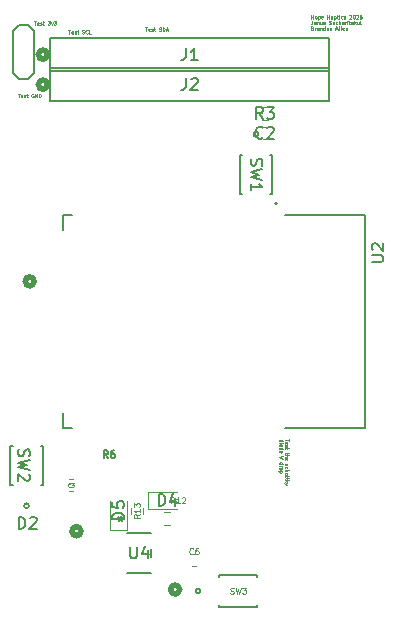
<source format=gbr>
%TF.GenerationSoftware,KiCad,Pcbnew,8.0.5*%
%TF.CreationDate,2025-04-10T23:54:11-07:00*%
%TF.ProjectId,ESP32,45535033-322e-46b6-9963-61645f706362,rev?*%
%TF.SameCoordinates,Original*%
%TF.FileFunction,Legend,Top*%
%TF.FilePolarity,Positive*%
%FSLAX46Y46*%
G04 Gerber Fmt 4.6, Leading zero omitted, Abs format (unit mm)*
G04 Created by KiCad (PCBNEW 8.0.5) date 2025-04-10 23:54:11*
%MOMM*%
%LPD*%
G01*
G04 APERTURE LIST*
%ADD10C,0.075000*%
%ADD11C,0.150000*%
%ADD12C,0.125000*%
%ADD13C,0.152400*%
%ADD14C,0.508000*%
%ADD15C,0.127000*%
%ADD16C,0.200000*%
%ADD17C,0.120000*%
G04 APERTURE END LIST*
D10*
X135523597Y-136657913D02*
X135523597Y-136829342D01*
X135223597Y-136743627D02*
X135523597Y-136743627D01*
X135237883Y-137043627D02*
X135223597Y-137015055D01*
X135223597Y-137015055D02*
X135223597Y-136957913D01*
X135223597Y-136957913D02*
X135237883Y-136929341D01*
X135237883Y-136929341D02*
X135266454Y-136915055D01*
X135266454Y-136915055D02*
X135380740Y-136915055D01*
X135380740Y-136915055D02*
X135409311Y-136929341D01*
X135409311Y-136929341D02*
X135423597Y-136957913D01*
X135423597Y-136957913D02*
X135423597Y-137015055D01*
X135423597Y-137015055D02*
X135409311Y-137043627D01*
X135409311Y-137043627D02*
X135380740Y-137057913D01*
X135380740Y-137057913D02*
X135352168Y-137057913D01*
X135352168Y-137057913D02*
X135323597Y-136915055D01*
X135237883Y-137172198D02*
X135223597Y-137200770D01*
X135223597Y-137200770D02*
X135223597Y-137257913D01*
X135223597Y-137257913D02*
X135237883Y-137286484D01*
X135237883Y-137286484D02*
X135266454Y-137300770D01*
X135266454Y-137300770D02*
X135280740Y-137300770D01*
X135280740Y-137300770D02*
X135309311Y-137286484D01*
X135309311Y-137286484D02*
X135323597Y-137257913D01*
X135323597Y-137257913D02*
X135323597Y-137215056D01*
X135323597Y-137215056D02*
X135337883Y-137186484D01*
X135337883Y-137186484D02*
X135366454Y-137172198D01*
X135366454Y-137172198D02*
X135380740Y-137172198D01*
X135380740Y-137172198D02*
X135409311Y-137186484D01*
X135409311Y-137186484D02*
X135423597Y-137215056D01*
X135423597Y-137215056D02*
X135423597Y-137257913D01*
X135423597Y-137257913D02*
X135409311Y-137286484D01*
X135423597Y-137386484D02*
X135423597Y-137500770D01*
X135523597Y-137429341D02*
X135266454Y-137429341D01*
X135266454Y-137429341D02*
X135237883Y-137443627D01*
X135237883Y-137443627D02*
X135223597Y-137472198D01*
X135223597Y-137472198D02*
X135223597Y-137500770D01*
X135423597Y-137786484D02*
X135423597Y-137900770D01*
X135523597Y-137829341D02*
X135266454Y-137829341D01*
X135266454Y-137829341D02*
X135237883Y-137843627D01*
X135237883Y-137843627D02*
X135223597Y-137872198D01*
X135223597Y-137872198D02*
X135223597Y-137900770D01*
X135223597Y-138000770D02*
X135523597Y-138000770D01*
X135223597Y-138129342D02*
X135380740Y-138129342D01*
X135380740Y-138129342D02*
X135409311Y-138115056D01*
X135409311Y-138115056D02*
X135423597Y-138086484D01*
X135423597Y-138086484D02*
X135423597Y-138043627D01*
X135423597Y-138043627D02*
X135409311Y-138015056D01*
X135409311Y-138015056D02*
X135395025Y-138000770D01*
X135237883Y-138386485D02*
X135223597Y-138357913D01*
X135223597Y-138357913D02*
X135223597Y-138300771D01*
X135223597Y-138300771D02*
X135237883Y-138272199D01*
X135237883Y-138272199D02*
X135266454Y-138257913D01*
X135266454Y-138257913D02*
X135380740Y-138257913D01*
X135380740Y-138257913D02*
X135409311Y-138272199D01*
X135409311Y-138272199D02*
X135423597Y-138300771D01*
X135423597Y-138300771D02*
X135423597Y-138357913D01*
X135423597Y-138357913D02*
X135409311Y-138386485D01*
X135409311Y-138386485D02*
X135380740Y-138400771D01*
X135380740Y-138400771D02*
X135352168Y-138400771D01*
X135352168Y-138400771D02*
X135323597Y-138257913D01*
X135237883Y-138743627D02*
X135223597Y-138772199D01*
X135223597Y-138772199D02*
X135223597Y-138829342D01*
X135223597Y-138829342D02*
X135237883Y-138857913D01*
X135237883Y-138857913D02*
X135266454Y-138872199D01*
X135266454Y-138872199D02*
X135280740Y-138872199D01*
X135280740Y-138872199D02*
X135309311Y-138857913D01*
X135309311Y-138857913D02*
X135323597Y-138829342D01*
X135323597Y-138829342D02*
X135323597Y-138786485D01*
X135323597Y-138786485D02*
X135337883Y-138757913D01*
X135337883Y-138757913D02*
X135366454Y-138743627D01*
X135366454Y-138743627D02*
X135380740Y-138743627D01*
X135380740Y-138743627D02*
X135409311Y-138757913D01*
X135409311Y-138757913D02*
X135423597Y-138786485D01*
X135423597Y-138786485D02*
X135423597Y-138829342D01*
X135423597Y-138829342D02*
X135409311Y-138857913D01*
X135237883Y-139129342D02*
X135223597Y-139100770D01*
X135223597Y-139100770D02*
X135223597Y-139043627D01*
X135223597Y-139043627D02*
X135237883Y-139015056D01*
X135237883Y-139015056D02*
X135252168Y-139000770D01*
X135252168Y-139000770D02*
X135280740Y-138986484D01*
X135280740Y-138986484D02*
X135366454Y-138986484D01*
X135366454Y-138986484D02*
X135395025Y-139000770D01*
X135395025Y-139000770D02*
X135409311Y-139015056D01*
X135409311Y-139015056D02*
X135423597Y-139043627D01*
X135423597Y-139043627D02*
X135423597Y-139100770D01*
X135423597Y-139100770D02*
X135409311Y-139129342D01*
X135223597Y-139257913D02*
X135523597Y-139257913D01*
X135223597Y-139386485D02*
X135380740Y-139386485D01*
X135380740Y-139386485D02*
X135409311Y-139372199D01*
X135409311Y-139372199D02*
X135423597Y-139343627D01*
X135423597Y-139343627D02*
X135423597Y-139300770D01*
X135423597Y-139300770D02*
X135409311Y-139272199D01*
X135409311Y-139272199D02*
X135395025Y-139257913D01*
X135223597Y-139572199D02*
X135237883Y-139543628D01*
X135237883Y-139543628D02*
X135252168Y-139529342D01*
X135252168Y-139529342D02*
X135280740Y-139515056D01*
X135280740Y-139515056D02*
X135366454Y-139515056D01*
X135366454Y-139515056D02*
X135395025Y-139529342D01*
X135395025Y-139529342D02*
X135409311Y-139543628D01*
X135409311Y-139543628D02*
X135423597Y-139572199D01*
X135423597Y-139572199D02*
X135423597Y-139615056D01*
X135423597Y-139615056D02*
X135409311Y-139643628D01*
X135409311Y-139643628D02*
X135395025Y-139657914D01*
X135395025Y-139657914D02*
X135366454Y-139672199D01*
X135366454Y-139672199D02*
X135280740Y-139672199D01*
X135280740Y-139672199D02*
X135252168Y-139657914D01*
X135252168Y-139657914D02*
X135237883Y-139643628D01*
X135237883Y-139643628D02*
X135223597Y-139615056D01*
X135223597Y-139615056D02*
X135223597Y-139572199D01*
X135423597Y-139757914D02*
X135423597Y-139872200D01*
X135523597Y-139800771D02*
X135266454Y-139800771D01*
X135266454Y-139800771D02*
X135237883Y-139815057D01*
X135237883Y-139815057D02*
X135223597Y-139843628D01*
X135223597Y-139843628D02*
X135223597Y-139872200D01*
X135423597Y-139929343D02*
X135423597Y-140043629D01*
X135523597Y-139972200D02*
X135266454Y-139972200D01*
X135266454Y-139972200D02*
X135237883Y-139986486D01*
X135237883Y-139986486D02*
X135223597Y-140015057D01*
X135223597Y-140015057D02*
X135223597Y-140043629D01*
X135223597Y-140143629D02*
X135523597Y-140143629D01*
X135337883Y-140172201D02*
X135223597Y-140257915D01*
X135423597Y-140257915D02*
X135309311Y-140143629D01*
X135423597Y-140357915D02*
X135223597Y-140429343D01*
X135423597Y-140500772D02*
X135223597Y-140429343D01*
X135223597Y-140429343D02*
X135152168Y-140400772D01*
X135152168Y-140400772D02*
X135137883Y-140386486D01*
X135137883Y-140386486D02*
X135123597Y-140357915D01*
X134740614Y-136829342D02*
X135040614Y-136829342D01*
X134754900Y-136829342D02*
X134740614Y-136800770D01*
X134740614Y-136800770D02*
X134740614Y-136743627D01*
X134740614Y-136743627D02*
X134754900Y-136715056D01*
X134754900Y-136715056D02*
X134769185Y-136700770D01*
X134769185Y-136700770D02*
X134797757Y-136686484D01*
X134797757Y-136686484D02*
X134883471Y-136686484D01*
X134883471Y-136686484D02*
X134912042Y-136700770D01*
X134912042Y-136700770D02*
X134926328Y-136715056D01*
X134926328Y-136715056D02*
X134940614Y-136743627D01*
X134940614Y-136743627D02*
X134940614Y-136800770D01*
X134940614Y-136800770D02*
X134926328Y-136829342D01*
X134740614Y-136972199D02*
X134940614Y-136972199D01*
X135040614Y-136972199D02*
X135026328Y-136957913D01*
X135026328Y-136957913D02*
X135012042Y-136972199D01*
X135012042Y-136972199D02*
X135026328Y-136986485D01*
X135026328Y-136986485D02*
X135040614Y-136972199D01*
X135040614Y-136972199D02*
X135012042Y-136972199D01*
X134740614Y-137157913D02*
X134754900Y-137129342D01*
X134754900Y-137129342D02*
X134769185Y-137115056D01*
X134769185Y-137115056D02*
X134797757Y-137100770D01*
X134797757Y-137100770D02*
X134883471Y-137100770D01*
X134883471Y-137100770D02*
X134912042Y-137115056D01*
X134912042Y-137115056D02*
X134926328Y-137129342D01*
X134926328Y-137129342D02*
X134940614Y-137157913D01*
X134940614Y-137157913D02*
X134940614Y-137200770D01*
X134940614Y-137200770D02*
X134926328Y-137229342D01*
X134926328Y-137229342D02*
X134912042Y-137243628D01*
X134912042Y-137243628D02*
X134883471Y-137257913D01*
X134883471Y-137257913D02*
X134797757Y-137257913D01*
X134797757Y-137257913D02*
X134769185Y-137243628D01*
X134769185Y-137243628D02*
X134754900Y-137229342D01*
X134754900Y-137229342D02*
X134740614Y-137200770D01*
X134740614Y-137200770D02*
X134740614Y-137157913D01*
X134740614Y-137515057D02*
X135040614Y-137515057D01*
X134754900Y-137515057D02*
X134740614Y-137486485D01*
X134740614Y-137486485D02*
X134740614Y-137429342D01*
X134740614Y-137429342D02*
X134754900Y-137400771D01*
X134754900Y-137400771D02*
X134769185Y-137386485D01*
X134769185Y-137386485D02*
X134797757Y-137372199D01*
X134797757Y-137372199D02*
X134883471Y-137372199D01*
X134883471Y-137372199D02*
X134912042Y-137386485D01*
X134912042Y-137386485D02*
X134926328Y-137400771D01*
X134926328Y-137400771D02*
X134940614Y-137429342D01*
X134940614Y-137429342D02*
X134940614Y-137486485D01*
X134940614Y-137486485D02*
X134926328Y-137515057D01*
X134754900Y-137772200D02*
X134740614Y-137743628D01*
X134740614Y-137743628D02*
X134740614Y-137686486D01*
X134740614Y-137686486D02*
X134754900Y-137657914D01*
X134754900Y-137657914D02*
X134783471Y-137643628D01*
X134783471Y-137643628D02*
X134897757Y-137643628D01*
X134897757Y-137643628D02*
X134926328Y-137657914D01*
X134926328Y-137657914D02*
X134940614Y-137686486D01*
X134940614Y-137686486D02*
X134940614Y-137743628D01*
X134940614Y-137743628D02*
X134926328Y-137772200D01*
X134926328Y-137772200D02*
X134897757Y-137786486D01*
X134897757Y-137786486D02*
X134869185Y-137786486D01*
X134869185Y-137786486D02*
X134840614Y-137643628D01*
X135040614Y-138100771D02*
X134740614Y-138200771D01*
X134740614Y-138200771D02*
X135040614Y-138300771D01*
X134740614Y-138757914D02*
X135040614Y-138757914D01*
X134754900Y-138757914D02*
X134740614Y-138729342D01*
X134740614Y-138729342D02*
X134740614Y-138672199D01*
X134740614Y-138672199D02*
X134754900Y-138643628D01*
X134754900Y-138643628D02*
X134769185Y-138629342D01*
X134769185Y-138629342D02*
X134797757Y-138615056D01*
X134797757Y-138615056D02*
X134883471Y-138615056D01*
X134883471Y-138615056D02*
X134912042Y-138629342D01*
X134912042Y-138629342D02*
X134926328Y-138643628D01*
X134926328Y-138643628D02*
X134940614Y-138672199D01*
X134940614Y-138672199D02*
X134940614Y-138729342D01*
X134940614Y-138729342D02*
X134926328Y-138757914D01*
X134740614Y-138900771D02*
X134940614Y-138900771D01*
X134883471Y-138900771D02*
X134912042Y-138915057D01*
X134912042Y-138915057D02*
X134926328Y-138929343D01*
X134926328Y-138929343D02*
X134940614Y-138957914D01*
X134940614Y-138957914D02*
X134940614Y-138986485D01*
X134740614Y-139129342D02*
X134754900Y-139100771D01*
X134754900Y-139100771D02*
X134769185Y-139086485D01*
X134769185Y-139086485D02*
X134797757Y-139072199D01*
X134797757Y-139072199D02*
X134883471Y-139072199D01*
X134883471Y-139072199D02*
X134912042Y-139086485D01*
X134912042Y-139086485D02*
X134926328Y-139100771D01*
X134926328Y-139100771D02*
X134940614Y-139129342D01*
X134940614Y-139129342D02*
X134940614Y-139172199D01*
X134940614Y-139172199D02*
X134926328Y-139200771D01*
X134926328Y-139200771D02*
X134912042Y-139215057D01*
X134912042Y-139215057D02*
X134883471Y-139229342D01*
X134883471Y-139229342D02*
X134797757Y-139229342D01*
X134797757Y-139229342D02*
X134769185Y-139215057D01*
X134769185Y-139215057D02*
X134754900Y-139200771D01*
X134754900Y-139200771D02*
X134740614Y-139172199D01*
X134740614Y-139172199D02*
X134740614Y-139129342D01*
X134940614Y-139357914D02*
X134640614Y-139357914D01*
X134926328Y-139357914D02*
X134940614Y-139386486D01*
X134940614Y-139386486D02*
X134940614Y-139443628D01*
X134940614Y-139443628D02*
X134926328Y-139472200D01*
X134926328Y-139472200D02*
X134912042Y-139486486D01*
X134912042Y-139486486D02*
X134883471Y-139500771D01*
X134883471Y-139500771D02*
X134797757Y-139500771D01*
X134797757Y-139500771D02*
X134769185Y-139486486D01*
X134769185Y-139486486D02*
X134754900Y-139472200D01*
X134754900Y-139472200D02*
X134740614Y-139443628D01*
X134740614Y-139443628D02*
X134740614Y-139386486D01*
X134740614Y-139386486D02*
X134754900Y-139357914D01*
X123387913Y-101789385D02*
X123559342Y-101789385D01*
X123473627Y-102089385D02*
X123473627Y-101789385D01*
X123773627Y-102075100D02*
X123745055Y-102089385D01*
X123745055Y-102089385D02*
X123687913Y-102089385D01*
X123687913Y-102089385D02*
X123659341Y-102075100D01*
X123659341Y-102075100D02*
X123645055Y-102046528D01*
X123645055Y-102046528D02*
X123645055Y-101932242D01*
X123645055Y-101932242D02*
X123659341Y-101903671D01*
X123659341Y-101903671D02*
X123687913Y-101889385D01*
X123687913Y-101889385D02*
X123745055Y-101889385D01*
X123745055Y-101889385D02*
X123773627Y-101903671D01*
X123773627Y-101903671D02*
X123787913Y-101932242D01*
X123787913Y-101932242D02*
X123787913Y-101960814D01*
X123787913Y-101960814D02*
X123645055Y-101989385D01*
X123902198Y-102075100D02*
X123930770Y-102089385D01*
X123930770Y-102089385D02*
X123987913Y-102089385D01*
X123987913Y-102089385D02*
X124016484Y-102075100D01*
X124016484Y-102075100D02*
X124030770Y-102046528D01*
X124030770Y-102046528D02*
X124030770Y-102032242D01*
X124030770Y-102032242D02*
X124016484Y-102003671D01*
X124016484Y-102003671D02*
X123987913Y-101989385D01*
X123987913Y-101989385D02*
X123945056Y-101989385D01*
X123945056Y-101989385D02*
X123916484Y-101975100D01*
X123916484Y-101975100D02*
X123902198Y-101946528D01*
X123902198Y-101946528D02*
X123902198Y-101932242D01*
X123902198Y-101932242D02*
X123916484Y-101903671D01*
X123916484Y-101903671D02*
X123945056Y-101889385D01*
X123945056Y-101889385D02*
X123987913Y-101889385D01*
X123987913Y-101889385D02*
X124016484Y-101903671D01*
X124116484Y-101889385D02*
X124230770Y-101889385D01*
X124159341Y-101789385D02*
X124159341Y-102046528D01*
X124159341Y-102046528D02*
X124173627Y-102075100D01*
X124173627Y-102075100D02*
X124202198Y-102089385D01*
X124202198Y-102089385D02*
X124230770Y-102089385D01*
X124545055Y-102075100D02*
X124587913Y-102089385D01*
X124587913Y-102089385D02*
X124659341Y-102089385D01*
X124659341Y-102089385D02*
X124687913Y-102075100D01*
X124687913Y-102075100D02*
X124702198Y-102060814D01*
X124702198Y-102060814D02*
X124716484Y-102032242D01*
X124716484Y-102032242D02*
X124716484Y-102003671D01*
X124716484Y-102003671D02*
X124702198Y-101975100D01*
X124702198Y-101975100D02*
X124687913Y-101960814D01*
X124687913Y-101960814D02*
X124659341Y-101946528D01*
X124659341Y-101946528D02*
X124602198Y-101932242D01*
X124602198Y-101932242D02*
X124573627Y-101917957D01*
X124573627Y-101917957D02*
X124559341Y-101903671D01*
X124559341Y-101903671D02*
X124545055Y-101875100D01*
X124545055Y-101875100D02*
X124545055Y-101846528D01*
X124545055Y-101846528D02*
X124559341Y-101817957D01*
X124559341Y-101817957D02*
X124573627Y-101803671D01*
X124573627Y-101803671D02*
X124602198Y-101789385D01*
X124602198Y-101789385D02*
X124673627Y-101789385D01*
X124673627Y-101789385D02*
X124716484Y-101803671D01*
X124845055Y-102089385D02*
X124845055Y-101789385D01*
X124845055Y-101789385D02*
X124916484Y-101789385D01*
X124916484Y-101789385D02*
X124959341Y-101803671D01*
X124959341Y-101803671D02*
X124987912Y-101832242D01*
X124987912Y-101832242D02*
X125002198Y-101860814D01*
X125002198Y-101860814D02*
X125016484Y-101917957D01*
X125016484Y-101917957D02*
X125016484Y-101960814D01*
X125016484Y-101960814D02*
X125002198Y-102017957D01*
X125002198Y-102017957D02*
X124987912Y-102046528D01*
X124987912Y-102046528D02*
X124959341Y-102075100D01*
X124959341Y-102075100D02*
X124916484Y-102089385D01*
X124916484Y-102089385D02*
X124845055Y-102089385D01*
X125130769Y-102003671D02*
X125273627Y-102003671D01*
X125102198Y-102089385D02*
X125202198Y-101789385D01*
X125202198Y-101789385D02*
X125302198Y-102089385D01*
X116877913Y-102009385D02*
X117049342Y-102009385D01*
X116963627Y-102309385D02*
X116963627Y-102009385D01*
X117263627Y-102295100D02*
X117235055Y-102309385D01*
X117235055Y-102309385D02*
X117177913Y-102309385D01*
X117177913Y-102309385D02*
X117149341Y-102295100D01*
X117149341Y-102295100D02*
X117135055Y-102266528D01*
X117135055Y-102266528D02*
X117135055Y-102152242D01*
X117135055Y-102152242D02*
X117149341Y-102123671D01*
X117149341Y-102123671D02*
X117177913Y-102109385D01*
X117177913Y-102109385D02*
X117235055Y-102109385D01*
X117235055Y-102109385D02*
X117263627Y-102123671D01*
X117263627Y-102123671D02*
X117277913Y-102152242D01*
X117277913Y-102152242D02*
X117277913Y-102180814D01*
X117277913Y-102180814D02*
X117135055Y-102209385D01*
X117392198Y-102295100D02*
X117420770Y-102309385D01*
X117420770Y-102309385D02*
X117477913Y-102309385D01*
X117477913Y-102309385D02*
X117506484Y-102295100D01*
X117506484Y-102295100D02*
X117520770Y-102266528D01*
X117520770Y-102266528D02*
X117520770Y-102252242D01*
X117520770Y-102252242D02*
X117506484Y-102223671D01*
X117506484Y-102223671D02*
X117477913Y-102209385D01*
X117477913Y-102209385D02*
X117435056Y-102209385D01*
X117435056Y-102209385D02*
X117406484Y-102195100D01*
X117406484Y-102195100D02*
X117392198Y-102166528D01*
X117392198Y-102166528D02*
X117392198Y-102152242D01*
X117392198Y-102152242D02*
X117406484Y-102123671D01*
X117406484Y-102123671D02*
X117435056Y-102109385D01*
X117435056Y-102109385D02*
X117477913Y-102109385D01*
X117477913Y-102109385D02*
X117506484Y-102123671D01*
X117606484Y-102109385D02*
X117720770Y-102109385D01*
X117649341Y-102009385D02*
X117649341Y-102266528D01*
X117649341Y-102266528D02*
X117663627Y-102295100D01*
X117663627Y-102295100D02*
X117692198Y-102309385D01*
X117692198Y-102309385D02*
X117720770Y-102309385D01*
X118035055Y-102295100D02*
X118077913Y-102309385D01*
X118077913Y-102309385D02*
X118149341Y-102309385D01*
X118149341Y-102309385D02*
X118177913Y-102295100D01*
X118177913Y-102295100D02*
X118192198Y-102280814D01*
X118192198Y-102280814D02*
X118206484Y-102252242D01*
X118206484Y-102252242D02*
X118206484Y-102223671D01*
X118206484Y-102223671D02*
X118192198Y-102195100D01*
X118192198Y-102195100D02*
X118177913Y-102180814D01*
X118177913Y-102180814D02*
X118149341Y-102166528D01*
X118149341Y-102166528D02*
X118092198Y-102152242D01*
X118092198Y-102152242D02*
X118063627Y-102137957D01*
X118063627Y-102137957D02*
X118049341Y-102123671D01*
X118049341Y-102123671D02*
X118035055Y-102095100D01*
X118035055Y-102095100D02*
X118035055Y-102066528D01*
X118035055Y-102066528D02*
X118049341Y-102037957D01*
X118049341Y-102037957D02*
X118063627Y-102023671D01*
X118063627Y-102023671D02*
X118092198Y-102009385D01*
X118092198Y-102009385D02*
X118163627Y-102009385D01*
X118163627Y-102009385D02*
X118206484Y-102023671D01*
X118506484Y-102280814D02*
X118492198Y-102295100D01*
X118492198Y-102295100D02*
X118449341Y-102309385D01*
X118449341Y-102309385D02*
X118420769Y-102309385D01*
X118420769Y-102309385D02*
X118377912Y-102295100D01*
X118377912Y-102295100D02*
X118349341Y-102266528D01*
X118349341Y-102266528D02*
X118335055Y-102237957D01*
X118335055Y-102237957D02*
X118320769Y-102180814D01*
X118320769Y-102180814D02*
X118320769Y-102137957D01*
X118320769Y-102137957D02*
X118335055Y-102080814D01*
X118335055Y-102080814D02*
X118349341Y-102052242D01*
X118349341Y-102052242D02*
X118377912Y-102023671D01*
X118377912Y-102023671D02*
X118420769Y-102009385D01*
X118420769Y-102009385D02*
X118449341Y-102009385D01*
X118449341Y-102009385D02*
X118492198Y-102023671D01*
X118492198Y-102023671D02*
X118506484Y-102037957D01*
X118777912Y-102309385D02*
X118635055Y-102309385D01*
X118635055Y-102309385D02*
X118635055Y-102009385D01*
X112577913Y-107409385D02*
X112749342Y-107409385D01*
X112663627Y-107709385D02*
X112663627Y-107409385D01*
X112963627Y-107695100D02*
X112935055Y-107709385D01*
X112935055Y-107709385D02*
X112877913Y-107709385D01*
X112877913Y-107709385D02*
X112849341Y-107695100D01*
X112849341Y-107695100D02*
X112835055Y-107666528D01*
X112835055Y-107666528D02*
X112835055Y-107552242D01*
X112835055Y-107552242D02*
X112849341Y-107523671D01*
X112849341Y-107523671D02*
X112877913Y-107509385D01*
X112877913Y-107509385D02*
X112935055Y-107509385D01*
X112935055Y-107509385D02*
X112963627Y-107523671D01*
X112963627Y-107523671D02*
X112977913Y-107552242D01*
X112977913Y-107552242D02*
X112977913Y-107580814D01*
X112977913Y-107580814D02*
X112835055Y-107609385D01*
X113092198Y-107695100D02*
X113120770Y-107709385D01*
X113120770Y-107709385D02*
X113177913Y-107709385D01*
X113177913Y-107709385D02*
X113206484Y-107695100D01*
X113206484Y-107695100D02*
X113220770Y-107666528D01*
X113220770Y-107666528D02*
X113220770Y-107652242D01*
X113220770Y-107652242D02*
X113206484Y-107623671D01*
X113206484Y-107623671D02*
X113177913Y-107609385D01*
X113177913Y-107609385D02*
X113135056Y-107609385D01*
X113135056Y-107609385D02*
X113106484Y-107595100D01*
X113106484Y-107595100D02*
X113092198Y-107566528D01*
X113092198Y-107566528D02*
X113092198Y-107552242D01*
X113092198Y-107552242D02*
X113106484Y-107523671D01*
X113106484Y-107523671D02*
X113135056Y-107509385D01*
X113135056Y-107509385D02*
X113177913Y-107509385D01*
X113177913Y-107509385D02*
X113206484Y-107523671D01*
X113306484Y-107509385D02*
X113420770Y-107509385D01*
X113349341Y-107409385D02*
X113349341Y-107666528D01*
X113349341Y-107666528D02*
X113363627Y-107695100D01*
X113363627Y-107695100D02*
X113392198Y-107709385D01*
X113392198Y-107709385D02*
X113420770Y-107709385D01*
X113906484Y-107423671D02*
X113877913Y-107409385D01*
X113877913Y-107409385D02*
X113835055Y-107409385D01*
X113835055Y-107409385D02*
X113792198Y-107423671D01*
X113792198Y-107423671D02*
X113763627Y-107452242D01*
X113763627Y-107452242D02*
X113749341Y-107480814D01*
X113749341Y-107480814D02*
X113735055Y-107537957D01*
X113735055Y-107537957D02*
X113735055Y-107580814D01*
X113735055Y-107580814D02*
X113749341Y-107637957D01*
X113749341Y-107637957D02*
X113763627Y-107666528D01*
X113763627Y-107666528D02*
X113792198Y-107695100D01*
X113792198Y-107695100D02*
X113835055Y-107709385D01*
X113835055Y-107709385D02*
X113863627Y-107709385D01*
X113863627Y-107709385D02*
X113906484Y-107695100D01*
X113906484Y-107695100D02*
X113920770Y-107680814D01*
X113920770Y-107680814D02*
X113920770Y-107580814D01*
X113920770Y-107580814D02*
X113863627Y-107580814D01*
X114049341Y-107709385D02*
X114049341Y-107409385D01*
X114049341Y-107409385D02*
X114220770Y-107709385D01*
X114220770Y-107709385D02*
X114220770Y-107409385D01*
X114363627Y-107709385D02*
X114363627Y-107409385D01*
X114363627Y-107409385D02*
X114435056Y-107409385D01*
X114435056Y-107409385D02*
X114477913Y-107423671D01*
X114477913Y-107423671D02*
X114506484Y-107452242D01*
X114506484Y-107452242D02*
X114520770Y-107480814D01*
X114520770Y-107480814D02*
X114535056Y-107537957D01*
X114535056Y-107537957D02*
X114535056Y-107580814D01*
X114535056Y-107580814D02*
X114520770Y-107637957D01*
X114520770Y-107637957D02*
X114506484Y-107666528D01*
X114506484Y-107666528D02*
X114477913Y-107695100D01*
X114477913Y-107695100D02*
X114435056Y-107709385D01*
X114435056Y-107709385D02*
X114363627Y-107709385D01*
X113962913Y-101274385D02*
X114134342Y-101274385D01*
X114048627Y-101574385D02*
X114048627Y-101274385D01*
X114348627Y-101560100D02*
X114320055Y-101574385D01*
X114320055Y-101574385D02*
X114262913Y-101574385D01*
X114262913Y-101574385D02*
X114234341Y-101560100D01*
X114234341Y-101560100D02*
X114220055Y-101531528D01*
X114220055Y-101531528D02*
X114220055Y-101417242D01*
X114220055Y-101417242D02*
X114234341Y-101388671D01*
X114234341Y-101388671D02*
X114262913Y-101374385D01*
X114262913Y-101374385D02*
X114320055Y-101374385D01*
X114320055Y-101374385D02*
X114348627Y-101388671D01*
X114348627Y-101388671D02*
X114362913Y-101417242D01*
X114362913Y-101417242D02*
X114362913Y-101445814D01*
X114362913Y-101445814D02*
X114220055Y-101474385D01*
X114477198Y-101560100D02*
X114505770Y-101574385D01*
X114505770Y-101574385D02*
X114562913Y-101574385D01*
X114562913Y-101574385D02*
X114591484Y-101560100D01*
X114591484Y-101560100D02*
X114605770Y-101531528D01*
X114605770Y-101531528D02*
X114605770Y-101517242D01*
X114605770Y-101517242D02*
X114591484Y-101488671D01*
X114591484Y-101488671D02*
X114562913Y-101474385D01*
X114562913Y-101474385D02*
X114520056Y-101474385D01*
X114520056Y-101474385D02*
X114491484Y-101460100D01*
X114491484Y-101460100D02*
X114477198Y-101431528D01*
X114477198Y-101431528D02*
X114477198Y-101417242D01*
X114477198Y-101417242D02*
X114491484Y-101388671D01*
X114491484Y-101388671D02*
X114520056Y-101374385D01*
X114520056Y-101374385D02*
X114562913Y-101374385D01*
X114562913Y-101374385D02*
X114591484Y-101388671D01*
X114691484Y-101374385D02*
X114805770Y-101374385D01*
X114734341Y-101274385D02*
X114734341Y-101531528D01*
X114734341Y-101531528D02*
X114748627Y-101560100D01*
X114748627Y-101560100D02*
X114777198Y-101574385D01*
X114777198Y-101574385D02*
X114805770Y-101574385D01*
X115105770Y-101274385D02*
X115291484Y-101274385D01*
X115291484Y-101274385D02*
X115191484Y-101388671D01*
X115191484Y-101388671D02*
X115234341Y-101388671D01*
X115234341Y-101388671D02*
X115262913Y-101402957D01*
X115262913Y-101402957D02*
X115277198Y-101417242D01*
X115277198Y-101417242D02*
X115291484Y-101445814D01*
X115291484Y-101445814D02*
X115291484Y-101517242D01*
X115291484Y-101517242D02*
X115277198Y-101545814D01*
X115277198Y-101545814D02*
X115262913Y-101560100D01*
X115262913Y-101560100D02*
X115234341Y-101574385D01*
X115234341Y-101574385D02*
X115148627Y-101574385D01*
X115148627Y-101574385D02*
X115120055Y-101560100D01*
X115120055Y-101560100D02*
X115105770Y-101545814D01*
X115391484Y-101374385D02*
X115462912Y-101574385D01*
X115462912Y-101574385D02*
X115534341Y-101374385D01*
X115620055Y-101274385D02*
X115805769Y-101274385D01*
X115805769Y-101274385D02*
X115705769Y-101388671D01*
X115705769Y-101388671D02*
X115748626Y-101388671D01*
X115748626Y-101388671D02*
X115777198Y-101402957D01*
X115777198Y-101402957D02*
X115791483Y-101417242D01*
X115791483Y-101417242D02*
X115805769Y-101445814D01*
X115805769Y-101445814D02*
X115805769Y-101517242D01*
X115805769Y-101517242D02*
X115791483Y-101545814D01*
X115791483Y-101545814D02*
X115777198Y-101560100D01*
X115777198Y-101560100D02*
X115748626Y-101574385D01*
X115748626Y-101574385D02*
X115662912Y-101574385D01*
X115662912Y-101574385D02*
X115634340Y-101560100D01*
X115634340Y-101560100D02*
X115620055Y-101545814D01*
X137440770Y-101043419D02*
X137440770Y-100743419D01*
X137440770Y-100886276D02*
X137612199Y-100886276D01*
X137612199Y-101043419D02*
X137612199Y-100743419D01*
X137797913Y-101043419D02*
X137769342Y-101029134D01*
X137769342Y-101029134D02*
X137755056Y-101014848D01*
X137755056Y-101014848D02*
X137740770Y-100986276D01*
X137740770Y-100986276D02*
X137740770Y-100900562D01*
X137740770Y-100900562D02*
X137755056Y-100871991D01*
X137755056Y-100871991D02*
X137769342Y-100857705D01*
X137769342Y-100857705D02*
X137797913Y-100843419D01*
X137797913Y-100843419D02*
X137840770Y-100843419D01*
X137840770Y-100843419D02*
X137869342Y-100857705D01*
X137869342Y-100857705D02*
X137883628Y-100871991D01*
X137883628Y-100871991D02*
X137897913Y-100900562D01*
X137897913Y-100900562D02*
X137897913Y-100986276D01*
X137897913Y-100986276D02*
X137883628Y-101014848D01*
X137883628Y-101014848D02*
X137869342Y-101029134D01*
X137869342Y-101029134D02*
X137840770Y-101043419D01*
X137840770Y-101043419D02*
X137797913Y-101043419D01*
X138026485Y-100843419D02*
X138026485Y-101143419D01*
X138026485Y-100857705D02*
X138055057Y-100843419D01*
X138055057Y-100843419D02*
X138112199Y-100843419D01*
X138112199Y-100843419D02*
X138140771Y-100857705D01*
X138140771Y-100857705D02*
X138155057Y-100871991D01*
X138155057Y-100871991D02*
X138169342Y-100900562D01*
X138169342Y-100900562D02*
X138169342Y-100986276D01*
X138169342Y-100986276D02*
X138155057Y-101014848D01*
X138155057Y-101014848D02*
X138140771Y-101029134D01*
X138140771Y-101029134D02*
X138112199Y-101043419D01*
X138112199Y-101043419D02*
X138055057Y-101043419D01*
X138055057Y-101043419D02*
X138026485Y-101029134D01*
X138412200Y-101029134D02*
X138383628Y-101043419D01*
X138383628Y-101043419D02*
X138326486Y-101043419D01*
X138326486Y-101043419D02*
X138297914Y-101029134D01*
X138297914Y-101029134D02*
X138283628Y-101000562D01*
X138283628Y-101000562D02*
X138283628Y-100886276D01*
X138283628Y-100886276D02*
X138297914Y-100857705D01*
X138297914Y-100857705D02*
X138326486Y-100843419D01*
X138326486Y-100843419D02*
X138383628Y-100843419D01*
X138383628Y-100843419D02*
X138412200Y-100857705D01*
X138412200Y-100857705D02*
X138426486Y-100886276D01*
X138426486Y-100886276D02*
X138426486Y-100914848D01*
X138426486Y-100914848D02*
X138283628Y-100943419D01*
X138783628Y-101043419D02*
X138783628Y-100743419D01*
X138783628Y-100886276D02*
X138955057Y-100886276D01*
X138955057Y-101043419D02*
X138955057Y-100743419D01*
X139226486Y-101043419D02*
X139226486Y-100886276D01*
X139226486Y-100886276D02*
X139212200Y-100857705D01*
X139212200Y-100857705D02*
X139183628Y-100843419D01*
X139183628Y-100843419D02*
X139126486Y-100843419D01*
X139126486Y-100843419D02*
X139097914Y-100857705D01*
X139226486Y-101029134D02*
X139197914Y-101043419D01*
X139197914Y-101043419D02*
X139126486Y-101043419D01*
X139126486Y-101043419D02*
X139097914Y-101029134D01*
X139097914Y-101029134D02*
X139083628Y-101000562D01*
X139083628Y-101000562D02*
X139083628Y-100971991D01*
X139083628Y-100971991D02*
X139097914Y-100943419D01*
X139097914Y-100943419D02*
X139126486Y-100929134D01*
X139126486Y-100929134D02*
X139197914Y-100929134D01*
X139197914Y-100929134D02*
X139226486Y-100914848D01*
X139369343Y-100843419D02*
X139369343Y-101143419D01*
X139369343Y-100857705D02*
X139397915Y-100843419D01*
X139397915Y-100843419D02*
X139455057Y-100843419D01*
X139455057Y-100843419D02*
X139483629Y-100857705D01*
X139483629Y-100857705D02*
X139497915Y-100871991D01*
X139497915Y-100871991D02*
X139512200Y-100900562D01*
X139512200Y-100900562D02*
X139512200Y-100986276D01*
X139512200Y-100986276D02*
X139497915Y-101014848D01*
X139497915Y-101014848D02*
X139483629Y-101029134D01*
X139483629Y-101029134D02*
X139455057Y-101043419D01*
X139455057Y-101043419D02*
X139397915Y-101043419D01*
X139397915Y-101043419D02*
X139369343Y-101029134D01*
X139597915Y-100843419D02*
X139712201Y-100843419D01*
X139640772Y-100743419D02*
X139640772Y-101000562D01*
X139640772Y-101000562D02*
X139655058Y-101029134D01*
X139655058Y-101029134D02*
X139683629Y-101043419D01*
X139683629Y-101043419D02*
X139712201Y-101043419D01*
X139812201Y-101043419D02*
X139812201Y-100843419D01*
X139812201Y-100743419D02*
X139797915Y-100757705D01*
X139797915Y-100757705D02*
X139812201Y-100771991D01*
X139812201Y-100771991D02*
X139826487Y-100757705D01*
X139826487Y-100757705D02*
X139812201Y-100743419D01*
X139812201Y-100743419D02*
X139812201Y-100771991D01*
X140083630Y-101029134D02*
X140055058Y-101043419D01*
X140055058Y-101043419D02*
X139997915Y-101043419D01*
X139997915Y-101043419D02*
X139969344Y-101029134D01*
X139969344Y-101029134D02*
X139955058Y-101014848D01*
X139955058Y-101014848D02*
X139940772Y-100986276D01*
X139940772Y-100986276D02*
X139940772Y-100900562D01*
X139940772Y-100900562D02*
X139955058Y-100871991D01*
X139955058Y-100871991D02*
X139969344Y-100857705D01*
X139969344Y-100857705D02*
X139997915Y-100843419D01*
X139997915Y-100843419D02*
X140055058Y-100843419D01*
X140055058Y-100843419D02*
X140083630Y-100857705D01*
X140197915Y-101029134D02*
X140226487Y-101043419D01*
X140226487Y-101043419D02*
X140283630Y-101043419D01*
X140283630Y-101043419D02*
X140312201Y-101029134D01*
X140312201Y-101029134D02*
X140326487Y-101000562D01*
X140326487Y-101000562D02*
X140326487Y-100986276D01*
X140326487Y-100986276D02*
X140312201Y-100957705D01*
X140312201Y-100957705D02*
X140283630Y-100943419D01*
X140283630Y-100943419D02*
X140240773Y-100943419D01*
X140240773Y-100943419D02*
X140212201Y-100929134D01*
X140212201Y-100929134D02*
X140197915Y-100900562D01*
X140197915Y-100900562D02*
X140197915Y-100886276D01*
X140197915Y-100886276D02*
X140212201Y-100857705D01*
X140212201Y-100857705D02*
X140240773Y-100843419D01*
X140240773Y-100843419D02*
X140283630Y-100843419D01*
X140283630Y-100843419D02*
X140312201Y-100857705D01*
X140669343Y-100771991D02*
X140683629Y-100757705D01*
X140683629Y-100757705D02*
X140712201Y-100743419D01*
X140712201Y-100743419D02*
X140783629Y-100743419D01*
X140783629Y-100743419D02*
X140812201Y-100757705D01*
X140812201Y-100757705D02*
X140826486Y-100771991D01*
X140826486Y-100771991D02*
X140840772Y-100800562D01*
X140840772Y-100800562D02*
X140840772Y-100829134D01*
X140840772Y-100829134D02*
X140826486Y-100871991D01*
X140826486Y-100871991D02*
X140655058Y-101043419D01*
X140655058Y-101043419D02*
X140840772Y-101043419D01*
X141026486Y-100743419D02*
X141055057Y-100743419D01*
X141055057Y-100743419D02*
X141083629Y-100757705D01*
X141083629Y-100757705D02*
X141097915Y-100771991D01*
X141097915Y-100771991D02*
X141112200Y-100800562D01*
X141112200Y-100800562D02*
X141126486Y-100857705D01*
X141126486Y-100857705D02*
X141126486Y-100929134D01*
X141126486Y-100929134D02*
X141112200Y-100986276D01*
X141112200Y-100986276D02*
X141097915Y-101014848D01*
X141097915Y-101014848D02*
X141083629Y-101029134D01*
X141083629Y-101029134D02*
X141055057Y-101043419D01*
X141055057Y-101043419D02*
X141026486Y-101043419D01*
X141026486Y-101043419D02*
X140997915Y-101029134D01*
X140997915Y-101029134D02*
X140983629Y-101014848D01*
X140983629Y-101014848D02*
X140969343Y-100986276D01*
X140969343Y-100986276D02*
X140955057Y-100929134D01*
X140955057Y-100929134D02*
X140955057Y-100857705D01*
X140955057Y-100857705D02*
X140969343Y-100800562D01*
X140969343Y-100800562D02*
X140983629Y-100771991D01*
X140983629Y-100771991D02*
X140997915Y-100757705D01*
X140997915Y-100757705D02*
X141026486Y-100743419D01*
X141240771Y-100771991D02*
X141255057Y-100757705D01*
X141255057Y-100757705D02*
X141283629Y-100743419D01*
X141283629Y-100743419D02*
X141355057Y-100743419D01*
X141355057Y-100743419D02*
X141383629Y-100757705D01*
X141383629Y-100757705D02*
X141397914Y-100771991D01*
X141397914Y-100771991D02*
X141412200Y-100800562D01*
X141412200Y-100800562D02*
X141412200Y-100829134D01*
X141412200Y-100829134D02*
X141397914Y-100871991D01*
X141397914Y-100871991D02*
X141226486Y-101043419D01*
X141226486Y-101043419D02*
X141412200Y-101043419D01*
X141683628Y-100743419D02*
X141540771Y-100743419D01*
X141540771Y-100743419D02*
X141526485Y-100886276D01*
X141526485Y-100886276D02*
X141540771Y-100871991D01*
X141540771Y-100871991D02*
X141569343Y-100857705D01*
X141569343Y-100857705D02*
X141640771Y-100857705D01*
X141640771Y-100857705D02*
X141669343Y-100871991D01*
X141669343Y-100871991D02*
X141683628Y-100886276D01*
X141683628Y-100886276D02*
X141697914Y-100914848D01*
X141697914Y-100914848D02*
X141697914Y-100986276D01*
X141697914Y-100986276D02*
X141683628Y-101014848D01*
X141683628Y-101014848D02*
X141669343Y-101029134D01*
X141669343Y-101029134D02*
X141640771Y-101043419D01*
X141640771Y-101043419D02*
X141569343Y-101043419D01*
X141569343Y-101043419D02*
X141540771Y-101029134D01*
X141540771Y-101029134D02*
X141526485Y-101014848D01*
X137526484Y-101226402D02*
X137526484Y-101440688D01*
X137526484Y-101440688D02*
X137512199Y-101483545D01*
X137512199Y-101483545D02*
X137483627Y-101512117D01*
X137483627Y-101512117D02*
X137440770Y-101526402D01*
X137440770Y-101526402D02*
X137412199Y-101526402D01*
X137797913Y-101526402D02*
X137797913Y-101369259D01*
X137797913Y-101369259D02*
X137783627Y-101340688D01*
X137783627Y-101340688D02*
X137755055Y-101326402D01*
X137755055Y-101326402D02*
X137697913Y-101326402D01*
X137697913Y-101326402D02*
X137669341Y-101340688D01*
X137797913Y-101512117D02*
X137769341Y-101526402D01*
X137769341Y-101526402D02*
X137697913Y-101526402D01*
X137697913Y-101526402D02*
X137669341Y-101512117D01*
X137669341Y-101512117D02*
X137655055Y-101483545D01*
X137655055Y-101483545D02*
X137655055Y-101454974D01*
X137655055Y-101454974D02*
X137669341Y-101426402D01*
X137669341Y-101426402D02*
X137697913Y-101412117D01*
X137697913Y-101412117D02*
X137769341Y-101412117D01*
X137769341Y-101412117D02*
X137797913Y-101397831D01*
X137940770Y-101326402D02*
X137940770Y-101526402D01*
X137940770Y-101354974D02*
X137955056Y-101340688D01*
X137955056Y-101340688D02*
X137983627Y-101326402D01*
X137983627Y-101326402D02*
X138026484Y-101326402D01*
X138026484Y-101326402D02*
X138055056Y-101340688D01*
X138055056Y-101340688D02*
X138069342Y-101369259D01*
X138069342Y-101369259D02*
X138069342Y-101526402D01*
X138340771Y-101326402D02*
X138340771Y-101526402D01*
X138212199Y-101326402D02*
X138212199Y-101483545D01*
X138212199Y-101483545D02*
X138226485Y-101512117D01*
X138226485Y-101512117D02*
X138255056Y-101526402D01*
X138255056Y-101526402D02*
X138297913Y-101526402D01*
X138297913Y-101526402D02*
X138326485Y-101512117D01*
X138326485Y-101512117D02*
X138340771Y-101497831D01*
X138469342Y-101512117D02*
X138497914Y-101526402D01*
X138497914Y-101526402D02*
X138555057Y-101526402D01*
X138555057Y-101526402D02*
X138583628Y-101512117D01*
X138583628Y-101512117D02*
X138597914Y-101483545D01*
X138597914Y-101483545D02*
X138597914Y-101469259D01*
X138597914Y-101469259D02*
X138583628Y-101440688D01*
X138583628Y-101440688D02*
X138555057Y-101426402D01*
X138555057Y-101426402D02*
X138512200Y-101426402D01*
X138512200Y-101426402D02*
X138483628Y-101412117D01*
X138483628Y-101412117D02*
X138469342Y-101383545D01*
X138469342Y-101383545D02*
X138469342Y-101369259D01*
X138469342Y-101369259D02*
X138483628Y-101340688D01*
X138483628Y-101340688D02*
X138512200Y-101326402D01*
X138512200Y-101326402D02*
X138555057Y-101326402D01*
X138555057Y-101326402D02*
X138583628Y-101340688D01*
X138940770Y-101512117D02*
X138983628Y-101526402D01*
X138983628Y-101526402D02*
X139055056Y-101526402D01*
X139055056Y-101526402D02*
X139083628Y-101512117D01*
X139083628Y-101512117D02*
X139097913Y-101497831D01*
X139097913Y-101497831D02*
X139112199Y-101469259D01*
X139112199Y-101469259D02*
X139112199Y-101440688D01*
X139112199Y-101440688D02*
X139097913Y-101412117D01*
X139097913Y-101412117D02*
X139083628Y-101397831D01*
X139083628Y-101397831D02*
X139055056Y-101383545D01*
X139055056Y-101383545D02*
X138997913Y-101369259D01*
X138997913Y-101369259D02*
X138969342Y-101354974D01*
X138969342Y-101354974D02*
X138955056Y-101340688D01*
X138955056Y-101340688D02*
X138940770Y-101312117D01*
X138940770Y-101312117D02*
X138940770Y-101283545D01*
X138940770Y-101283545D02*
X138955056Y-101254974D01*
X138955056Y-101254974D02*
X138969342Y-101240688D01*
X138969342Y-101240688D02*
X138997913Y-101226402D01*
X138997913Y-101226402D02*
X139069342Y-101226402D01*
X139069342Y-101226402D02*
X139112199Y-101240688D01*
X139369342Y-101326402D02*
X139369342Y-101526402D01*
X139240770Y-101326402D02*
X139240770Y-101483545D01*
X139240770Y-101483545D02*
X139255056Y-101512117D01*
X139255056Y-101512117D02*
X139283627Y-101526402D01*
X139283627Y-101526402D02*
X139326484Y-101526402D01*
X139326484Y-101526402D02*
X139355056Y-101512117D01*
X139355056Y-101512117D02*
X139369342Y-101497831D01*
X139640771Y-101512117D02*
X139612199Y-101526402D01*
X139612199Y-101526402D02*
X139555056Y-101526402D01*
X139555056Y-101526402D02*
X139526485Y-101512117D01*
X139526485Y-101512117D02*
X139512199Y-101497831D01*
X139512199Y-101497831D02*
X139497913Y-101469259D01*
X139497913Y-101469259D02*
X139497913Y-101383545D01*
X139497913Y-101383545D02*
X139512199Y-101354974D01*
X139512199Y-101354974D02*
X139526485Y-101340688D01*
X139526485Y-101340688D02*
X139555056Y-101326402D01*
X139555056Y-101326402D02*
X139612199Y-101326402D01*
X139612199Y-101326402D02*
X139640771Y-101340688D01*
X139769342Y-101526402D02*
X139769342Y-101226402D01*
X139897914Y-101526402D02*
X139897914Y-101369259D01*
X139897914Y-101369259D02*
X139883628Y-101340688D01*
X139883628Y-101340688D02*
X139855056Y-101326402D01*
X139855056Y-101326402D02*
X139812199Y-101326402D01*
X139812199Y-101326402D02*
X139783628Y-101340688D01*
X139783628Y-101340688D02*
X139769342Y-101354974D01*
X140169343Y-101526402D02*
X140169343Y-101369259D01*
X140169343Y-101369259D02*
X140155057Y-101340688D01*
X140155057Y-101340688D02*
X140126485Y-101326402D01*
X140126485Y-101326402D02*
X140069343Y-101326402D01*
X140069343Y-101326402D02*
X140040771Y-101340688D01*
X140169343Y-101512117D02*
X140140771Y-101526402D01*
X140140771Y-101526402D02*
X140069343Y-101526402D01*
X140069343Y-101526402D02*
X140040771Y-101512117D01*
X140040771Y-101512117D02*
X140026485Y-101483545D01*
X140026485Y-101483545D02*
X140026485Y-101454974D01*
X140026485Y-101454974D02*
X140040771Y-101426402D01*
X140040771Y-101426402D02*
X140069343Y-101412117D01*
X140069343Y-101412117D02*
X140140771Y-101412117D01*
X140140771Y-101412117D02*
X140169343Y-101397831D01*
X140312200Y-101526402D02*
X140312200Y-101326402D01*
X140312200Y-101383545D02*
X140326486Y-101354974D01*
X140326486Y-101354974D02*
X140340772Y-101340688D01*
X140340772Y-101340688D02*
X140369343Y-101326402D01*
X140369343Y-101326402D02*
X140397914Y-101326402D01*
X140497914Y-101526402D02*
X140497914Y-101326402D01*
X140497914Y-101226402D02*
X140483628Y-101240688D01*
X140483628Y-101240688D02*
X140497914Y-101254974D01*
X140497914Y-101254974D02*
X140512200Y-101240688D01*
X140512200Y-101240688D02*
X140497914Y-101226402D01*
X140497914Y-101226402D02*
X140497914Y-101254974D01*
X140597914Y-101326402D02*
X140712200Y-101326402D01*
X140640771Y-101226402D02*
X140640771Y-101483545D01*
X140640771Y-101483545D02*
X140655057Y-101512117D01*
X140655057Y-101512117D02*
X140683628Y-101526402D01*
X140683628Y-101526402D02*
X140712200Y-101526402D01*
X140940772Y-101526402D02*
X140940772Y-101369259D01*
X140940772Y-101369259D02*
X140926486Y-101340688D01*
X140926486Y-101340688D02*
X140897914Y-101326402D01*
X140897914Y-101326402D02*
X140840772Y-101326402D01*
X140840772Y-101326402D02*
X140812200Y-101340688D01*
X140940772Y-101512117D02*
X140912200Y-101526402D01*
X140912200Y-101526402D02*
X140840772Y-101526402D01*
X140840772Y-101526402D02*
X140812200Y-101512117D01*
X140812200Y-101512117D02*
X140797914Y-101483545D01*
X140797914Y-101483545D02*
X140797914Y-101454974D01*
X140797914Y-101454974D02*
X140812200Y-101426402D01*
X140812200Y-101426402D02*
X140840772Y-101412117D01*
X140840772Y-101412117D02*
X140912200Y-101412117D01*
X140912200Y-101412117D02*
X140940772Y-101397831D01*
X141083629Y-101526402D02*
X141083629Y-101226402D01*
X141112201Y-101412117D02*
X141197915Y-101526402D01*
X141197915Y-101326402D02*
X141083629Y-101440688D01*
X141455058Y-101326402D02*
X141455058Y-101526402D01*
X141326486Y-101326402D02*
X141326486Y-101483545D01*
X141326486Y-101483545D02*
X141340772Y-101512117D01*
X141340772Y-101512117D02*
X141369343Y-101526402D01*
X141369343Y-101526402D02*
X141412200Y-101526402D01*
X141412200Y-101526402D02*
X141440772Y-101512117D01*
X141440772Y-101512117D02*
X141455058Y-101497831D01*
X141640772Y-101526402D02*
X141612201Y-101512117D01*
X141612201Y-101512117D02*
X141597915Y-101483545D01*
X141597915Y-101483545D02*
X141597915Y-101226402D01*
X137540770Y-101852242D02*
X137583627Y-101866528D01*
X137583627Y-101866528D02*
X137597913Y-101880814D01*
X137597913Y-101880814D02*
X137612199Y-101909385D01*
X137612199Y-101909385D02*
X137612199Y-101952242D01*
X137612199Y-101952242D02*
X137597913Y-101980814D01*
X137597913Y-101980814D02*
X137583627Y-101995100D01*
X137583627Y-101995100D02*
X137555056Y-102009385D01*
X137555056Y-102009385D02*
X137440770Y-102009385D01*
X137440770Y-102009385D02*
X137440770Y-101709385D01*
X137440770Y-101709385D02*
X137540770Y-101709385D01*
X137540770Y-101709385D02*
X137569342Y-101723671D01*
X137569342Y-101723671D02*
X137583627Y-101737957D01*
X137583627Y-101737957D02*
X137597913Y-101766528D01*
X137597913Y-101766528D02*
X137597913Y-101795100D01*
X137597913Y-101795100D02*
X137583627Y-101823671D01*
X137583627Y-101823671D02*
X137569342Y-101837957D01*
X137569342Y-101837957D02*
X137540770Y-101852242D01*
X137540770Y-101852242D02*
X137440770Y-101852242D01*
X137740770Y-102009385D02*
X137740770Y-101809385D01*
X137740770Y-101866528D02*
X137755056Y-101837957D01*
X137755056Y-101837957D02*
X137769342Y-101823671D01*
X137769342Y-101823671D02*
X137797913Y-101809385D01*
X137797913Y-101809385D02*
X137826484Y-101809385D01*
X138055056Y-102009385D02*
X138055056Y-101852242D01*
X138055056Y-101852242D02*
X138040770Y-101823671D01*
X138040770Y-101823671D02*
X138012198Y-101809385D01*
X138012198Y-101809385D02*
X137955056Y-101809385D01*
X137955056Y-101809385D02*
X137926484Y-101823671D01*
X138055056Y-101995100D02*
X138026484Y-102009385D01*
X138026484Y-102009385D02*
X137955056Y-102009385D01*
X137955056Y-102009385D02*
X137926484Y-101995100D01*
X137926484Y-101995100D02*
X137912198Y-101966528D01*
X137912198Y-101966528D02*
X137912198Y-101937957D01*
X137912198Y-101937957D02*
X137926484Y-101909385D01*
X137926484Y-101909385D02*
X137955056Y-101895100D01*
X137955056Y-101895100D02*
X138026484Y-101895100D01*
X138026484Y-101895100D02*
X138055056Y-101880814D01*
X138197913Y-101809385D02*
X138197913Y-102009385D01*
X138197913Y-101837957D02*
X138212199Y-101823671D01*
X138212199Y-101823671D02*
X138240770Y-101809385D01*
X138240770Y-101809385D02*
X138283627Y-101809385D01*
X138283627Y-101809385D02*
X138312199Y-101823671D01*
X138312199Y-101823671D02*
X138326485Y-101852242D01*
X138326485Y-101852242D02*
X138326485Y-102009385D01*
X138597914Y-102009385D02*
X138597914Y-101709385D01*
X138597914Y-101995100D02*
X138569342Y-102009385D01*
X138569342Y-102009385D02*
X138512199Y-102009385D01*
X138512199Y-102009385D02*
X138483628Y-101995100D01*
X138483628Y-101995100D02*
X138469342Y-101980814D01*
X138469342Y-101980814D02*
X138455056Y-101952242D01*
X138455056Y-101952242D02*
X138455056Y-101866528D01*
X138455056Y-101866528D02*
X138469342Y-101837957D01*
X138469342Y-101837957D02*
X138483628Y-101823671D01*
X138483628Y-101823671D02*
X138512199Y-101809385D01*
X138512199Y-101809385D02*
X138569342Y-101809385D01*
X138569342Y-101809385D02*
X138597914Y-101823671D01*
X138783628Y-102009385D02*
X138755057Y-101995100D01*
X138755057Y-101995100D02*
X138740771Y-101980814D01*
X138740771Y-101980814D02*
X138726485Y-101952242D01*
X138726485Y-101952242D02*
X138726485Y-101866528D01*
X138726485Y-101866528D02*
X138740771Y-101837957D01*
X138740771Y-101837957D02*
X138755057Y-101823671D01*
X138755057Y-101823671D02*
X138783628Y-101809385D01*
X138783628Y-101809385D02*
X138826485Y-101809385D01*
X138826485Y-101809385D02*
X138855057Y-101823671D01*
X138855057Y-101823671D02*
X138869343Y-101837957D01*
X138869343Y-101837957D02*
X138883628Y-101866528D01*
X138883628Y-101866528D02*
X138883628Y-101952242D01*
X138883628Y-101952242D02*
X138869343Y-101980814D01*
X138869343Y-101980814D02*
X138855057Y-101995100D01*
X138855057Y-101995100D02*
X138826485Y-102009385D01*
X138826485Y-102009385D02*
X138783628Y-102009385D01*
X139012200Y-101809385D02*
X139012200Y-102009385D01*
X139012200Y-101837957D02*
X139026486Y-101823671D01*
X139026486Y-101823671D02*
X139055057Y-101809385D01*
X139055057Y-101809385D02*
X139097914Y-101809385D01*
X139097914Y-101809385D02*
X139126486Y-101823671D01*
X139126486Y-101823671D02*
X139140772Y-101852242D01*
X139140772Y-101852242D02*
X139140772Y-102009385D01*
X139497914Y-101923671D02*
X139640772Y-101923671D01*
X139469343Y-102009385D02*
X139569343Y-101709385D01*
X139569343Y-101709385D02*
X139669343Y-102009385D01*
X139812200Y-102009385D02*
X139783629Y-101995100D01*
X139783629Y-101995100D02*
X139769343Y-101966528D01*
X139769343Y-101966528D02*
X139769343Y-101709385D01*
X139969343Y-102009385D02*
X139940772Y-101995100D01*
X139940772Y-101995100D02*
X139926486Y-101966528D01*
X139926486Y-101966528D02*
X139926486Y-101709385D01*
X140197915Y-101995100D02*
X140169343Y-102009385D01*
X140169343Y-102009385D02*
X140112201Y-102009385D01*
X140112201Y-102009385D02*
X140083629Y-101995100D01*
X140083629Y-101995100D02*
X140069343Y-101966528D01*
X140069343Y-101966528D02*
X140069343Y-101852242D01*
X140069343Y-101852242D02*
X140083629Y-101823671D01*
X140083629Y-101823671D02*
X140112201Y-101809385D01*
X140112201Y-101809385D02*
X140169343Y-101809385D01*
X140169343Y-101809385D02*
X140197915Y-101823671D01*
X140197915Y-101823671D02*
X140212201Y-101852242D01*
X140212201Y-101852242D02*
X140212201Y-101880814D01*
X140212201Y-101880814D02*
X140069343Y-101909385D01*
X140340772Y-101809385D02*
X140340772Y-102009385D01*
X140340772Y-101837957D02*
X140355058Y-101823671D01*
X140355058Y-101823671D02*
X140383629Y-101809385D01*
X140383629Y-101809385D02*
X140426486Y-101809385D01*
X140426486Y-101809385D02*
X140455058Y-101823671D01*
X140455058Y-101823671D02*
X140469344Y-101852242D01*
X140469344Y-101852242D02*
X140469344Y-102009385D01*
D11*
X122098095Y-145744819D02*
X122098095Y-146554342D01*
X122098095Y-146554342D02*
X122145714Y-146649580D01*
X122145714Y-146649580D02*
X122193333Y-146697200D01*
X122193333Y-146697200D02*
X122288571Y-146744819D01*
X122288571Y-146744819D02*
X122479047Y-146744819D01*
X122479047Y-146744819D02*
X122574285Y-146697200D01*
X122574285Y-146697200D02*
X122621904Y-146649580D01*
X122621904Y-146649580D02*
X122669523Y-146554342D01*
X122669523Y-146554342D02*
X122669523Y-145744819D01*
X123574285Y-146078152D02*
X123574285Y-146744819D01*
X123336190Y-145697200D02*
X123098095Y-146411485D01*
X123098095Y-146411485D02*
X123717142Y-146411485D01*
X121310600Y-143143819D02*
X121310600Y-143381914D01*
X121072505Y-143286676D02*
X121310600Y-143381914D01*
X121310600Y-143381914D02*
X121548695Y-143286676D01*
X121167743Y-143572390D02*
X121310600Y-143381914D01*
X121310600Y-143381914D02*
X121453457Y-143572390D01*
X121310600Y-143143819D02*
X121310600Y-143381914D01*
X121072505Y-143286676D02*
X121310600Y-143381914D01*
X121310600Y-143381914D02*
X121548695Y-143286676D01*
X121167743Y-143572390D02*
X121310600Y-143381914D01*
X121310600Y-143381914D02*
X121453457Y-143572390D01*
X120225333Y-138248276D02*
X120011999Y-137943514D01*
X119859618Y-138248276D02*
X119859618Y-137608276D01*
X119859618Y-137608276D02*
X120103428Y-137608276D01*
X120103428Y-137608276D02*
X120164380Y-137638752D01*
X120164380Y-137638752D02*
X120194857Y-137669228D01*
X120194857Y-137669228D02*
X120225333Y-137730180D01*
X120225333Y-137730180D02*
X120225333Y-137821609D01*
X120225333Y-137821609D02*
X120194857Y-137882561D01*
X120194857Y-137882561D02*
X120164380Y-137913038D01*
X120164380Y-137913038D02*
X120103428Y-137943514D01*
X120103428Y-137943514D02*
X119859618Y-137943514D01*
X120773904Y-137608276D02*
X120651999Y-137608276D01*
X120651999Y-137608276D02*
X120591047Y-137638752D01*
X120591047Y-137638752D02*
X120560571Y-137669228D01*
X120560571Y-137669228D02*
X120499618Y-137760657D01*
X120499618Y-137760657D02*
X120469142Y-137882561D01*
X120469142Y-137882561D02*
X120469142Y-138126371D01*
X120469142Y-138126371D02*
X120499618Y-138187323D01*
X120499618Y-138187323D02*
X120530095Y-138217800D01*
X120530095Y-138217800D02*
X120591047Y-138248276D01*
X120591047Y-138248276D02*
X120712952Y-138248276D01*
X120712952Y-138248276D02*
X120773904Y-138217800D01*
X120773904Y-138217800D02*
X120804380Y-138187323D01*
X120804380Y-138187323D02*
X120834857Y-138126371D01*
X120834857Y-138126371D02*
X120834857Y-137973990D01*
X120834857Y-137973990D02*
X120804380Y-137913038D01*
X120804380Y-137913038D02*
X120773904Y-137882561D01*
X120773904Y-137882561D02*
X120712952Y-137852085D01*
X120712952Y-137852085D02*
X120591047Y-137852085D01*
X120591047Y-137852085D02*
X120530095Y-137882561D01*
X120530095Y-137882561D02*
X120499618Y-137913038D01*
X120499618Y-137913038D02*
X120469142Y-137973990D01*
X112662605Y-144244819D02*
X112662605Y-143244819D01*
X112662605Y-143244819D02*
X112900700Y-143244819D01*
X112900700Y-143244819D02*
X113043557Y-143292438D01*
X113043557Y-143292438D02*
X113138795Y-143387676D01*
X113138795Y-143387676D02*
X113186414Y-143482914D01*
X113186414Y-143482914D02*
X113234033Y-143673390D01*
X113234033Y-143673390D02*
X113234033Y-143816247D01*
X113234033Y-143816247D02*
X113186414Y-144006723D01*
X113186414Y-144006723D02*
X113138795Y-144101961D01*
X113138795Y-144101961D02*
X113043557Y-144197200D01*
X113043557Y-144197200D02*
X112900700Y-144244819D01*
X112900700Y-144244819D02*
X112662605Y-144244819D01*
X113614986Y-143340057D02*
X113662605Y-143292438D01*
X113662605Y-143292438D02*
X113757843Y-143244819D01*
X113757843Y-143244819D02*
X113995938Y-143244819D01*
X113995938Y-143244819D02*
X114091176Y-143292438D01*
X114091176Y-143292438D02*
X114138795Y-143340057D01*
X114138795Y-143340057D02*
X114186414Y-143435295D01*
X114186414Y-143435295D02*
X114186414Y-143530533D01*
X114186414Y-143530533D02*
X114138795Y-143673390D01*
X114138795Y-143673390D02*
X113567367Y-144244819D01*
X113567367Y-144244819D02*
X114186414Y-144244819D01*
X142539819Y-121636904D02*
X143349342Y-121636904D01*
X143349342Y-121636904D02*
X143444580Y-121589285D01*
X143444580Y-121589285D02*
X143492200Y-121541666D01*
X143492200Y-121541666D02*
X143539819Y-121446428D01*
X143539819Y-121446428D02*
X143539819Y-121255952D01*
X143539819Y-121255952D02*
X143492200Y-121160714D01*
X143492200Y-121160714D02*
X143444580Y-121113095D01*
X143444580Y-121113095D02*
X143349342Y-121065476D01*
X143349342Y-121065476D02*
X142539819Y-121065476D01*
X142635057Y-120636904D02*
X142587438Y-120589285D01*
X142587438Y-120589285D02*
X142539819Y-120494047D01*
X142539819Y-120494047D02*
X142539819Y-120255952D01*
X142539819Y-120255952D02*
X142587438Y-120160714D01*
X142587438Y-120160714D02*
X142635057Y-120113095D01*
X142635057Y-120113095D02*
X142730295Y-120065476D01*
X142730295Y-120065476D02*
X142825533Y-120065476D01*
X142825533Y-120065476D02*
X142968390Y-120113095D01*
X142968390Y-120113095D02*
X143539819Y-120684523D01*
X143539819Y-120684523D02*
X143539819Y-120065476D01*
X126826666Y-103554819D02*
X126826666Y-104269104D01*
X126826666Y-104269104D02*
X126779047Y-104411961D01*
X126779047Y-104411961D02*
X126683809Y-104507200D01*
X126683809Y-104507200D02*
X126540952Y-104554819D01*
X126540952Y-104554819D02*
X126445714Y-104554819D01*
X127826666Y-104554819D02*
X127255238Y-104554819D01*
X127540952Y-104554819D02*
X127540952Y-103554819D01*
X127540952Y-103554819D02*
X127445714Y-103697676D01*
X127445714Y-103697676D02*
X127350476Y-103792914D01*
X127350476Y-103792914D02*
X127255238Y-103840533D01*
X133333333Y-109544819D02*
X133000000Y-109068628D01*
X132761905Y-109544819D02*
X132761905Y-108544819D01*
X132761905Y-108544819D02*
X133142857Y-108544819D01*
X133142857Y-108544819D02*
X133238095Y-108592438D01*
X133238095Y-108592438D02*
X133285714Y-108640057D01*
X133285714Y-108640057D02*
X133333333Y-108735295D01*
X133333333Y-108735295D02*
X133333333Y-108878152D01*
X133333333Y-108878152D02*
X133285714Y-108973390D01*
X133285714Y-108973390D02*
X133238095Y-109021009D01*
X133238095Y-109021009D02*
X133142857Y-109068628D01*
X133142857Y-109068628D02*
X132761905Y-109068628D01*
X133666667Y-108544819D02*
X134285714Y-108544819D01*
X134285714Y-108544819D02*
X133952381Y-108925771D01*
X133952381Y-108925771D02*
X134095238Y-108925771D01*
X134095238Y-108925771D02*
X134190476Y-108973390D01*
X134190476Y-108973390D02*
X134238095Y-109021009D01*
X134238095Y-109021009D02*
X134285714Y-109116247D01*
X134285714Y-109116247D02*
X134285714Y-109354342D01*
X134285714Y-109354342D02*
X134238095Y-109449580D01*
X134238095Y-109449580D02*
X134190476Y-109497200D01*
X134190476Y-109497200D02*
X134095238Y-109544819D01*
X134095238Y-109544819D02*
X133809524Y-109544819D01*
X133809524Y-109544819D02*
X133714286Y-109497200D01*
X133714286Y-109497200D02*
X133666667Y-109449580D01*
X112672800Y-137526667D02*
X112625180Y-137669524D01*
X112625180Y-137669524D02*
X112625180Y-137907619D01*
X112625180Y-137907619D02*
X112672800Y-138002857D01*
X112672800Y-138002857D02*
X112720419Y-138050476D01*
X112720419Y-138050476D02*
X112815657Y-138098095D01*
X112815657Y-138098095D02*
X112910895Y-138098095D01*
X112910895Y-138098095D02*
X113006133Y-138050476D01*
X113006133Y-138050476D02*
X113053752Y-138002857D01*
X113053752Y-138002857D02*
X113101371Y-137907619D01*
X113101371Y-137907619D02*
X113148990Y-137717143D01*
X113148990Y-137717143D02*
X113196609Y-137621905D01*
X113196609Y-137621905D02*
X113244228Y-137574286D01*
X113244228Y-137574286D02*
X113339466Y-137526667D01*
X113339466Y-137526667D02*
X113434704Y-137526667D01*
X113434704Y-137526667D02*
X113529942Y-137574286D01*
X113529942Y-137574286D02*
X113577561Y-137621905D01*
X113577561Y-137621905D02*
X113625180Y-137717143D01*
X113625180Y-137717143D02*
X113625180Y-137955238D01*
X113625180Y-137955238D02*
X113577561Y-138098095D01*
X113625180Y-138431429D02*
X112625180Y-138669524D01*
X112625180Y-138669524D02*
X113339466Y-138860000D01*
X113339466Y-138860000D02*
X112625180Y-139050476D01*
X112625180Y-139050476D02*
X113625180Y-139288572D01*
X113529942Y-139621905D02*
X113577561Y-139669524D01*
X113577561Y-139669524D02*
X113625180Y-139764762D01*
X113625180Y-139764762D02*
X113625180Y-140002857D01*
X113625180Y-140002857D02*
X113577561Y-140098095D01*
X113577561Y-140098095D02*
X113529942Y-140145714D01*
X113529942Y-140145714D02*
X113434704Y-140193333D01*
X113434704Y-140193333D02*
X113339466Y-140193333D01*
X113339466Y-140193333D02*
X113196609Y-140145714D01*
X113196609Y-140145714D02*
X112625180Y-139574286D01*
X112625180Y-139574286D02*
X112625180Y-140193333D01*
D12*
X127414166Y-146337190D02*
X127390357Y-146361000D01*
X127390357Y-146361000D02*
X127318928Y-146384809D01*
X127318928Y-146384809D02*
X127271309Y-146384809D01*
X127271309Y-146384809D02*
X127199881Y-146361000D01*
X127199881Y-146361000D02*
X127152262Y-146313380D01*
X127152262Y-146313380D02*
X127128452Y-146265761D01*
X127128452Y-146265761D02*
X127104643Y-146170523D01*
X127104643Y-146170523D02*
X127104643Y-146099095D01*
X127104643Y-146099095D02*
X127128452Y-146003857D01*
X127128452Y-146003857D02*
X127152262Y-145956238D01*
X127152262Y-145956238D02*
X127199881Y-145908619D01*
X127199881Y-145908619D02*
X127271309Y-145884809D01*
X127271309Y-145884809D02*
X127318928Y-145884809D01*
X127318928Y-145884809D02*
X127390357Y-145908619D01*
X127390357Y-145908619D02*
X127414166Y-145932428D01*
X127842738Y-145884809D02*
X127747500Y-145884809D01*
X127747500Y-145884809D02*
X127699881Y-145908619D01*
X127699881Y-145908619D02*
X127676071Y-145932428D01*
X127676071Y-145932428D02*
X127628452Y-146003857D01*
X127628452Y-146003857D02*
X127604643Y-146099095D01*
X127604643Y-146099095D02*
X127604643Y-146289571D01*
X127604643Y-146289571D02*
X127628452Y-146337190D01*
X127628452Y-146337190D02*
X127652262Y-146361000D01*
X127652262Y-146361000D02*
X127699881Y-146384809D01*
X127699881Y-146384809D02*
X127795119Y-146384809D01*
X127795119Y-146384809D02*
X127842738Y-146361000D01*
X127842738Y-146361000D02*
X127866547Y-146337190D01*
X127866547Y-146337190D02*
X127890357Y-146289571D01*
X127890357Y-146289571D02*
X127890357Y-146170523D01*
X127890357Y-146170523D02*
X127866547Y-146122904D01*
X127866547Y-146122904D02*
X127842738Y-146099095D01*
X127842738Y-146099095D02*
X127795119Y-146075285D01*
X127795119Y-146075285D02*
X127699881Y-146075285D01*
X127699881Y-146075285D02*
X127652262Y-146099095D01*
X127652262Y-146099095D02*
X127628452Y-146122904D01*
X127628452Y-146122904D02*
X127604643Y-146170523D01*
D11*
X132342800Y-112916667D02*
X132295180Y-113059524D01*
X132295180Y-113059524D02*
X132295180Y-113297619D01*
X132295180Y-113297619D02*
X132342800Y-113392857D01*
X132342800Y-113392857D02*
X132390419Y-113440476D01*
X132390419Y-113440476D02*
X132485657Y-113488095D01*
X132485657Y-113488095D02*
X132580895Y-113488095D01*
X132580895Y-113488095D02*
X132676133Y-113440476D01*
X132676133Y-113440476D02*
X132723752Y-113392857D01*
X132723752Y-113392857D02*
X132771371Y-113297619D01*
X132771371Y-113297619D02*
X132818990Y-113107143D01*
X132818990Y-113107143D02*
X132866609Y-113011905D01*
X132866609Y-113011905D02*
X132914228Y-112964286D01*
X132914228Y-112964286D02*
X133009466Y-112916667D01*
X133009466Y-112916667D02*
X133104704Y-112916667D01*
X133104704Y-112916667D02*
X133199942Y-112964286D01*
X133199942Y-112964286D02*
X133247561Y-113011905D01*
X133247561Y-113011905D02*
X133295180Y-113107143D01*
X133295180Y-113107143D02*
X133295180Y-113345238D01*
X133295180Y-113345238D02*
X133247561Y-113488095D01*
X133295180Y-113821429D02*
X132295180Y-114059524D01*
X132295180Y-114059524D02*
X133009466Y-114250000D01*
X133009466Y-114250000D02*
X132295180Y-114440476D01*
X132295180Y-114440476D02*
X133295180Y-114678572D01*
X132295180Y-115583333D02*
X132295180Y-115011905D01*
X132295180Y-115297619D02*
X133295180Y-115297619D01*
X133295180Y-115297619D02*
X133152323Y-115202381D01*
X133152323Y-115202381D02*
X133057085Y-115107143D01*
X133057085Y-115107143D02*
X133009466Y-115011905D01*
D10*
X117024996Y-140668814D02*
X117010710Y-140683100D01*
X117010710Y-140683100D02*
X116967853Y-140697385D01*
X116967853Y-140697385D02*
X116939281Y-140697385D01*
X116939281Y-140697385D02*
X116896424Y-140683100D01*
X116896424Y-140683100D02*
X116867853Y-140654528D01*
X116867853Y-140654528D02*
X116853567Y-140625957D01*
X116853567Y-140625957D02*
X116839281Y-140568814D01*
X116839281Y-140568814D02*
X116839281Y-140525957D01*
X116839281Y-140525957D02*
X116853567Y-140468814D01*
X116853567Y-140468814D02*
X116867853Y-140440242D01*
X116867853Y-140440242D02*
X116896424Y-140411671D01*
X116896424Y-140411671D02*
X116939281Y-140397385D01*
X116939281Y-140397385D02*
X116967853Y-140397385D01*
X116967853Y-140397385D02*
X117010710Y-140411671D01*
X117010710Y-140411671D02*
X117024996Y-140425957D01*
X117124996Y-140397385D02*
X117310710Y-140397385D01*
X117310710Y-140397385D02*
X117210710Y-140511671D01*
X117210710Y-140511671D02*
X117253567Y-140511671D01*
X117253567Y-140511671D02*
X117282139Y-140525957D01*
X117282139Y-140525957D02*
X117296424Y-140540242D01*
X117296424Y-140540242D02*
X117310710Y-140568814D01*
X117310710Y-140568814D02*
X117310710Y-140640242D01*
X117310710Y-140640242D02*
X117296424Y-140668814D01*
X117296424Y-140668814D02*
X117282139Y-140683100D01*
X117282139Y-140683100D02*
X117253567Y-140697385D01*
X117253567Y-140697385D02*
X117167853Y-140697385D01*
X117167853Y-140697385D02*
X117139281Y-140683100D01*
X117139281Y-140683100D02*
X117124996Y-140668814D01*
D12*
X130583332Y-149711000D02*
X130654760Y-149734809D01*
X130654760Y-149734809D02*
X130773808Y-149734809D01*
X130773808Y-149734809D02*
X130821427Y-149711000D01*
X130821427Y-149711000D02*
X130845236Y-149687190D01*
X130845236Y-149687190D02*
X130869046Y-149639571D01*
X130869046Y-149639571D02*
X130869046Y-149591952D01*
X130869046Y-149591952D02*
X130845236Y-149544333D01*
X130845236Y-149544333D02*
X130821427Y-149520523D01*
X130821427Y-149520523D02*
X130773808Y-149496714D01*
X130773808Y-149496714D02*
X130678570Y-149472904D01*
X130678570Y-149472904D02*
X130630951Y-149449095D01*
X130630951Y-149449095D02*
X130607141Y-149425285D01*
X130607141Y-149425285D02*
X130583332Y-149377666D01*
X130583332Y-149377666D02*
X130583332Y-149330047D01*
X130583332Y-149330047D02*
X130607141Y-149282428D01*
X130607141Y-149282428D02*
X130630951Y-149258619D01*
X130630951Y-149258619D02*
X130678570Y-149234809D01*
X130678570Y-149234809D02*
X130797617Y-149234809D01*
X130797617Y-149234809D02*
X130869046Y-149258619D01*
X131035712Y-149234809D02*
X131154760Y-149734809D01*
X131154760Y-149734809D02*
X131249998Y-149377666D01*
X131249998Y-149377666D02*
X131345236Y-149734809D01*
X131345236Y-149734809D02*
X131464284Y-149234809D01*
X131607141Y-149234809D02*
X131916665Y-149234809D01*
X131916665Y-149234809D02*
X131749998Y-149425285D01*
X131749998Y-149425285D02*
X131821427Y-149425285D01*
X131821427Y-149425285D02*
X131869046Y-149449095D01*
X131869046Y-149449095D02*
X131892855Y-149472904D01*
X131892855Y-149472904D02*
X131916665Y-149520523D01*
X131916665Y-149520523D02*
X131916665Y-149639571D01*
X131916665Y-149639571D02*
X131892855Y-149687190D01*
X131892855Y-149687190D02*
X131869046Y-149711000D01*
X131869046Y-149711000D02*
X131821427Y-149734809D01*
X131821427Y-149734809D02*
X131678570Y-149734809D01*
X131678570Y-149734809D02*
X131630951Y-149711000D01*
X131630951Y-149711000D02*
X131607141Y-149687190D01*
D11*
X133333333Y-111109580D02*
X133285714Y-111157200D01*
X133285714Y-111157200D02*
X133142857Y-111204819D01*
X133142857Y-111204819D02*
X133047619Y-111204819D01*
X133047619Y-111204819D02*
X132904762Y-111157200D01*
X132904762Y-111157200D02*
X132809524Y-111061961D01*
X132809524Y-111061961D02*
X132761905Y-110966723D01*
X132761905Y-110966723D02*
X132714286Y-110776247D01*
X132714286Y-110776247D02*
X132714286Y-110633390D01*
X132714286Y-110633390D02*
X132761905Y-110442914D01*
X132761905Y-110442914D02*
X132809524Y-110347676D01*
X132809524Y-110347676D02*
X132904762Y-110252438D01*
X132904762Y-110252438D02*
X133047619Y-110204819D01*
X133047619Y-110204819D02*
X133142857Y-110204819D01*
X133142857Y-110204819D02*
X133285714Y-110252438D01*
X133285714Y-110252438D02*
X133333333Y-110300057D01*
X133714286Y-110300057D02*
X133761905Y-110252438D01*
X133761905Y-110252438D02*
X133857143Y-110204819D01*
X133857143Y-110204819D02*
X134095238Y-110204819D01*
X134095238Y-110204819D02*
X134190476Y-110252438D01*
X134190476Y-110252438D02*
X134238095Y-110300057D01*
X134238095Y-110300057D02*
X134285714Y-110395295D01*
X134285714Y-110395295D02*
X134285714Y-110490533D01*
X134285714Y-110490533D02*
X134238095Y-110633390D01*
X134238095Y-110633390D02*
X133666667Y-111204819D01*
X133666667Y-111204819D02*
X134285714Y-111204819D01*
X126826666Y-106094819D02*
X126826666Y-106809104D01*
X126826666Y-106809104D02*
X126779047Y-106951961D01*
X126779047Y-106951961D02*
X126683809Y-107047200D01*
X126683809Y-107047200D02*
X126540952Y-107094819D01*
X126540952Y-107094819D02*
X126445714Y-107094819D01*
X127255238Y-106190057D02*
X127302857Y-106142438D01*
X127302857Y-106142438D02*
X127398095Y-106094819D01*
X127398095Y-106094819D02*
X127636190Y-106094819D01*
X127636190Y-106094819D02*
X127731428Y-106142438D01*
X127731428Y-106142438D02*
X127779047Y-106190057D01*
X127779047Y-106190057D02*
X127826666Y-106285295D01*
X127826666Y-106285295D02*
X127826666Y-106380533D01*
X127826666Y-106380533D02*
X127779047Y-106523390D01*
X127779047Y-106523390D02*
X127207619Y-107094819D01*
X127207619Y-107094819D02*
X127826666Y-107094819D01*
X124509405Y-142284819D02*
X124509405Y-141284819D01*
X124509405Y-141284819D02*
X124747500Y-141284819D01*
X124747500Y-141284819D02*
X124890357Y-141332438D01*
X124890357Y-141332438D02*
X124985595Y-141427676D01*
X124985595Y-141427676D02*
X125033214Y-141522914D01*
X125033214Y-141522914D02*
X125080833Y-141713390D01*
X125080833Y-141713390D02*
X125080833Y-141856247D01*
X125080833Y-141856247D02*
X125033214Y-142046723D01*
X125033214Y-142046723D02*
X124985595Y-142141961D01*
X124985595Y-142141961D02*
X124890357Y-142237200D01*
X124890357Y-142237200D02*
X124747500Y-142284819D01*
X124747500Y-142284819D02*
X124509405Y-142284819D01*
X125937976Y-141618152D02*
X125937976Y-142284819D01*
X125699881Y-141237200D02*
X125461786Y-141951485D01*
X125461786Y-141951485D02*
X126080833Y-141951485D01*
D12*
X125829071Y-142084809D02*
X125662405Y-141846714D01*
X125543357Y-142084809D02*
X125543357Y-141584809D01*
X125543357Y-141584809D02*
X125733833Y-141584809D01*
X125733833Y-141584809D02*
X125781452Y-141608619D01*
X125781452Y-141608619D02*
X125805262Y-141632428D01*
X125805262Y-141632428D02*
X125829071Y-141680047D01*
X125829071Y-141680047D02*
X125829071Y-141751476D01*
X125829071Y-141751476D02*
X125805262Y-141799095D01*
X125805262Y-141799095D02*
X125781452Y-141822904D01*
X125781452Y-141822904D02*
X125733833Y-141846714D01*
X125733833Y-141846714D02*
X125543357Y-141846714D01*
X126305262Y-142084809D02*
X126019548Y-142084809D01*
X126162405Y-142084809D02*
X126162405Y-141584809D01*
X126162405Y-141584809D02*
X126114786Y-141656238D01*
X126114786Y-141656238D02*
X126067167Y-141703857D01*
X126067167Y-141703857D02*
X126019548Y-141727666D01*
X126495738Y-141632428D02*
X126519547Y-141608619D01*
X126519547Y-141608619D02*
X126567166Y-141584809D01*
X126567166Y-141584809D02*
X126686214Y-141584809D01*
X126686214Y-141584809D02*
X126733833Y-141608619D01*
X126733833Y-141608619D02*
X126757642Y-141632428D01*
X126757642Y-141632428D02*
X126781452Y-141680047D01*
X126781452Y-141680047D02*
X126781452Y-141727666D01*
X126781452Y-141727666D02*
X126757642Y-141799095D01*
X126757642Y-141799095D02*
X126471928Y-142084809D01*
X126471928Y-142084809D02*
X126781452Y-142084809D01*
D11*
X121574819Y-143438094D02*
X120574819Y-143438094D01*
X120574819Y-143438094D02*
X120574819Y-143199999D01*
X120574819Y-143199999D02*
X120622438Y-143057142D01*
X120622438Y-143057142D02*
X120717676Y-142961904D01*
X120717676Y-142961904D02*
X120812914Y-142914285D01*
X120812914Y-142914285D02*
X121003390Y-142866666D01*
X121003390Y-142866666D02*
X121146247Y-142866666D01*
X121146247Y-142866666D02*
X121336723Y-142914285D01*
X121336723Y-142914285D02*
X121431961Y-142961904D01*
X121431961Y-142961904D02*
X121527200Y-143057142D01*
X121527200Y-143057142D02*
X121574819Y-143199999D01*
X121574819Y-143199999D02*
X121574819Y-143438094D01*
X120574819Y-141961904D02*
X120574819Y-142438094D01*
X120574819Y-142438094D02*
X121051009Y-142485713D01*
X121051009Y-142485713D02*
X121003390Y-142438094D01*
X121003390Y-142438094D02*
X120955771Y-142342856D01*
X120955771Y-142342856D02*
X120955771Y-142104761D01*
X120955771Y-142104761D02*
X121003390Y-142009523D01*
X121003390Y-142009523D02*
X121051009Y-141961904D01*
X121051009Y-141961904D02*
X121146247Y-141914285D01*
X121146247Y-141914285D02*
X121384342Y-141914285D01*
X121384342Y-141914285D02*
X121479580Y-141961904D01*
X121479580Y-141961904D02*
X121527200Y-142009523D01*
X121527200Y-142009523D02*
X121574819Y-142104761D01*
X121574819Y-142104761D02*
X121574819Y-142342856D01*
X121574819Y-142342856D02*
X121527200Y-142438094D01*
X121527200Y-142438094D02*
X121479580Y-142485713D01*
D12*
X122914809Y-143031428D02*
X122676714Y-143198094D01*
X122914809Y-143317142D02*
X122414809Y-143317142D01*
X122414809Y-143317142D02*
X122414809Y-143126666D01*
X122414809Y-143126666D02*
X122438619Y-143079047D01*
X122438619Y-143079047D02*
X122462428Y-143055237D01*
X122462428Y-143055237D02*
X122510047Y-143031428D01*
X122510047Y-143031428D02*
X122581476Y-143031428D01*
X122581476Y-143031428D02*
X122629095Y-143055237D01*
X122629095Y-143055237D02*
X122652904Y-143079047D01*
X122652904Y-143079047D02*
X122676714Y-143126666D01*
X122676714Y-143126666D02*
X122676714Y-143317142D01*
X122914809Y-142555237D02*
X122914809Y-142840951D01*
X122914809Y-142698094D02*
X122414809Y-142698094D01*
X122414809Y-142698094D02*
X122486238Y-142745713D01*
X122486238Y-142745713D02*
X122533857Y-142793332D01*
X122533857Y-142793332D02*
X122557666Y-142840951D01*
X122414809Y-142388571D02*
X122414809Y-142079047D01*
X122414809Y-142079047D02*
X122605285Y-142245714D01*
X122605285Y-142245714D02*
X122605285Y-142174285D01*
X122605285Y-142174285D02*
X122629095Y-142126666D01*
X122629095Y-142126666D02*
X122652904Y-142102857D01*
X122652904Y-142102857D02*
X122700523Y-142079047D01*
X122700523Y-142079047D02*
X122819571Y-142079047D01*
X122819571Y-142079047D02*
X122867190Y-142102857D01*
X122867190Y-142102857D02*
X122891000Y-142126666D01*
X122891000Y-142126666D02*
X122914809Y-142174285D01*
X122914809Y-142174285D02*
X122914809Y-142317142D01*
X122914809Y-142317142D02*
X122891000Y-142364761D01*
X122891000Y-142364761D02*
X122867190Y-142388571D01*
D11*
%TO.C,REF\u002A\u002A*%
X113460000Y-101560000D02*
X113960000Y-102060000D01*
X112660000Y-101560000D02*
X113460000Y-101560000D01*
X113960000Y-102060000D02*
X113960000Y-105660000D01*
X112160000Y-102060000D02*
X112660000Y-101560000D01*
X113960000Y-105660000D02*
X113460000Y-106160000D01*
X112160000Y-105660000D02*
X112160000Y-102060000D01*
X113460000Y-106160000D02*
X112660000Y-106160000D01*
X112660000Y-106160000D02*
X112160000Y-105660000D01*
D13*
%TO.C,U4*%
X121831300Y-147966400D02*
X123888700Y-147966400D01*
X123888700Y-146653261D02*
X123888700Y-145926739D01*
X123888700Y-144613600D02*
X121831300Y-144613600D01*
D14*
%TO.C,J3*%
X113977900Y-123294300D02*
G75*
G02*
X113215900Y-123294300I-381000J0D01*
G01*
X113215900Y-123294300D02*
G75*
G02*
X113977900Y-123294300I381000J0D01*
G01*
D15*
%TO.C,U2*%
X116450000Y-117700000D02*
X117180000Y-117700000D01*
X116450000Y-118945000D02*
X116450000Y-117700000D01*
X116450000Y-135700000D02*
X116450000Y-134455000D01*
X116450000Y-135700000D02*
X117180000Y-135700000D01*
X135230000Y-117700000D02*
X141950000Y-117700000D01*
X141950000Y-117700000D02*
X141950000Y-135700000D01*
X141950000Y-135700000D02*
X135230000Y-135700000D01*
D16*
X134560000Y-116700000D02*
G75*
G02*
X134360000Y-116700000I-100000J0D01*
G01*
X134360000Y-116700000D02*
G75*
G02*
X134560000Y-116700000I100000J0D01*
G01*
D13*
%TO.C,J1*%
X115349000Y-102703000D02*
X115349000Y-105497000D01*
X115349000Y-105497000D02*
X138971000Y-105497000D01*
X138971000Y-102703000D02*
X115349000Y-102703000D01*
X138971000Y-105497000D02*
X138971000Y-102703000D01*
D14*
X115095000Y-104100000D02*
G75*
G02*
X114333000Y-104100000I-381000J0D01*
G01*
X114333000Y-104100000D02*
G75*
G02*
X115095000Y-104100000I381000J0D01*
G01*
D17*
%TO.C,R3*%
X133754724Y-108567500D02*
X133245276Y-108567500D01*
X133754724Y-109612500D02*
X133245276Y-109612500D01*
D13*
%TO.C,SW2*%
X113533200Y-142295002D02*
G75*
G02*
X113126800Y-142295002I-203200J0D01*
G01*
X113126800Y-142295002D02*
G75*
G02*
X113533200Y-142295002I203200J0D01*
G01*
X111953000Y-140517002D02*
X112147260Y-140517002D01*
X114512740Y-140517002D02*
X114707000Y-140517002D01*
X114707000Y-140517002D02*
X114707000Y-137263002D01*
X111953000Y-137263002D02*
X111953000Y-140517002D01*
X112147260Y-137263002D02*
X111953000Y-137263002D01*
X114707000Y-137263002D02*
X114512740Y-137263002D01*
D17*
%TO.C,C6*%
X127351233Y-146380000D02*
X127643767Y-146380000D01*
X127351233Y-147400000D02*
X127643767Y-147400000D01*
D13*
%TO.C,SW1*%
X131373000Y-112623000D02*
X131373000Y-115877000D01*
X131373000Y-115877000D02*
X131567260Y-115877000D01*
X131567260Y-112623000D02*
X131373000Y-112623000D01*
X133932740Y-115877000D02*
X134127000Y-115877000D01*
X134127000Y-112623000D02*
X133932740Y-112623000D01*
X134127000Y-115877000D02*
X134127000Y-112623000D01*
X132953200Y-110845000D02*
G75*
G02*
X132546800Y-110845000I-203200J0D01*
G01*
X132546800Y-110845000D02*
G75*
G02*
X132953200Y-110845000I203200J0D01*
G01*
D17*
%TO.C,C3*%
X116928729Y-140052500D02*
X117221263Y-140052500D01*
X116928729Y-141072500D02*
X117221263Y-141072500D01*
D13*
%TO.C,SW3*%
X128048198Y-149510000D02*
G75*
G02*
X127641798Y-149510000I-203200J0D01*
G01*
X127641798Y-149510000D02*
G75*
G02*
X128048198Y-149510000I203200J0D01*
G01*
X132876998Y-150887000D02*
X132876998Y-150692740D01*
X132876998Y-148327260D02*
X132876998Y-148133000D01*
X132876998Y-148133000D02*
X129622998Y-148133000D01*
X129622998Y-150887000D02*
X132876998Y-150887000D01*
X129622998Y-150692740D02*
X129622998Y-150887000D01*
X129622998Y-148133000D02*
X129622998Y-148327260D01*
D17*
%TO.C,C2*%
X133646267Y-110240000D02*
X133353733Y-110240000D01*
X133646267Y-111260000D02*
X133353733Y-111260000D01*
D13*
%TO.C,J2*%
X115349000Y-105243000D02*
X115349000Y-108037000D01*
X115349000Y-108037000D02*
X138971000Y-108037000D01*
X138971000Y-105243000D02*
X115349000Y-105243000D01*
X138971000Y-108037000D02*
X138971000Y-105243000D01*
D14*
X115095000Y-106640000D02*
G75*
G02*
X114333000Y-106640000I-381000J0D01*
G01*
X114333000Y-106640000D02*
G75*
G02*
X115095000Y-106640000I381000J0D01*
G01*
D17*
%TO.C,D4*%
X126047500Y-141095000D02*
X123587500Y-141095000D01*
X123587500Y-141095000D02*
X123587500Y-142565000D01*
X123587500Y-142565000D02*
X126047500Y-142565000D01*
%TO.C,R12*%
X125504724Y-143882500D02*
X124995276Y-143882500D01*
X125504724Y-142837500D02*
X124995276Y-142837500D01*
%TO.C,D5*%
X120385000Y-144360000D02*
X121855000Y-144360000D01*
X120385000Y-141900000D02*
X120385000Y-144360000D01*
X121855000Y-144360000D02*
X121855000Y-141900000D01*
%TO.C,R13*%
X122167500Y-142455276D02*
X122167500Y-142964724D01*
X123212500Y-142455276D02*
X123212500Y-142964724D01*
D14*
%TO.C,J4*%
X126289401Y-149390000D02*
G75*
G02*
X125527401Y-149390000I-381000J0D01*
G01*
X125527401Y-149390000D02*
G75*
G02*
X126289401Y-149390000I381000J0D01*
G01*
%TO.C,J5*%
X117930997Y-144449700D02*
G75*
G02*
X117168997Y-144449700I-381000J0D01*
G01*
X117168997Y-144449700D02*
G75*
G02*
X117930997Y-144449700I381000J0D01*
G01*
%TD*%
M02*

</source>
